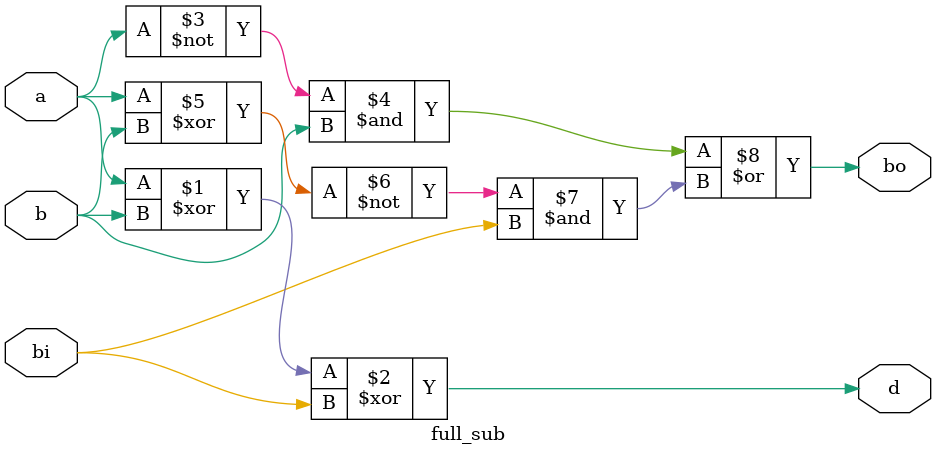
<source format=v>
module full_sub(a,b,bi,d,bo);
input a,b,bi;
output d,bo;
assign d=a^b^bi;
assign bo=((~a&b)|~(a^b)&bi);
endmodule
</source>
